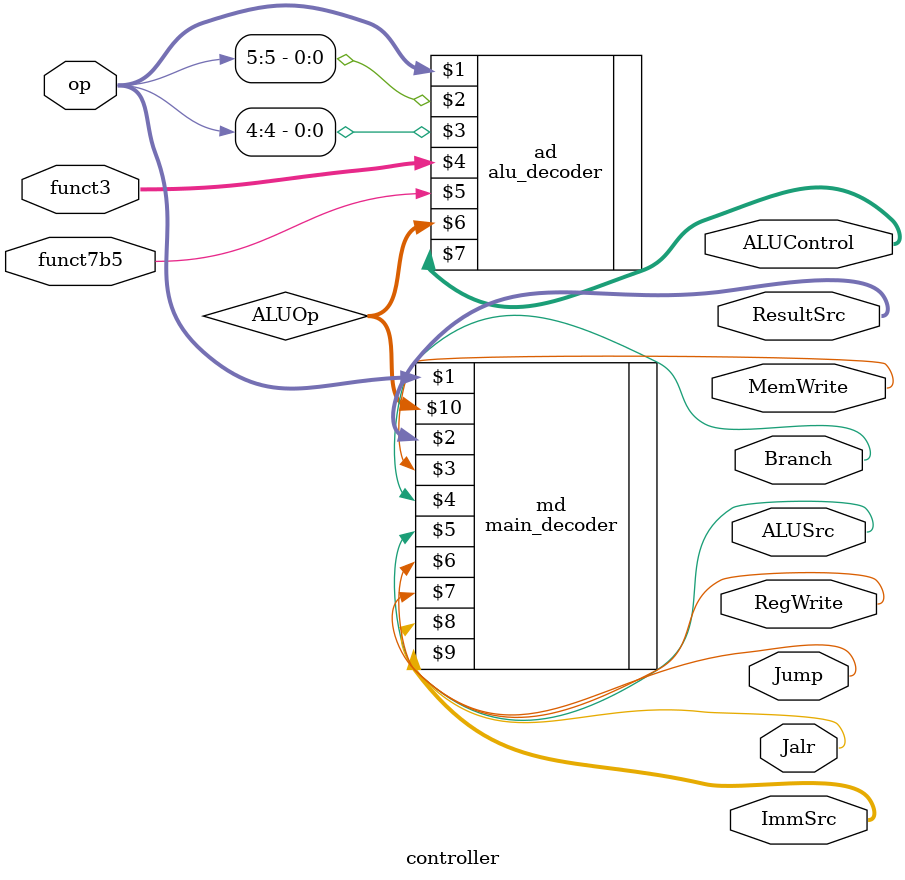
<source format=v>


module controller (
    input [6:0]  op,
    input [2:0]  funct3,
    input        funct7b5,
    output       [1:0] ResultSrc,
    output       MemWrite,
    output       ALUSrc,
    output       RegWrite, Jalr,
    output [1:0] ImmSrc,
    output [3:0] ALUControl,
	 output		  Jump,
	 output		  Branch
);

wire [1:0] ALUOp;
//wire       Branch;
//wire		  Jump; 

main_decoder    md (op, ResultSrc, MemWrite, Branch,
                    ALUSrc, RegWrite, Jump, Jalr, ImmSrc, ALUOp);

alu_decoder     ad (op, op[5],op[4], funct3, funct7b5, ALUOp, ALUControl);



endmodule


</source>
